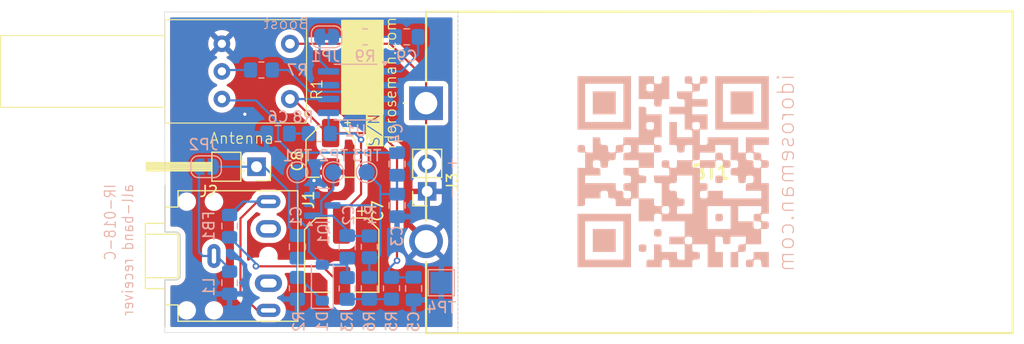
<source format=kicad_pcb>
(kicad_pcb (version 20240108) (generator "pcbnew") (generator_version "8.0")
  (layers (0 "F.Cu" signal) (31 "B.Cu" signal) (34 "B.Paste" user) (35 "F.Paste" user) (36 "B.SilkS" user "B.Silkscreen") (37 "F.SilkS" user "F.Silkscreen") (38 "B.Mask" user) (39 "F.Mask" user) (44 "Edge.Cuts" user))
  (net 0 "")
  (net 1 "GND")
  (net 2 "Net-(D1-K)")
  (net 3 "/AUX_ANT")
  (net 4 "Net-(D1-A)")
  (net 5 "Net-(Q1-B)")
  (net 6 "Net-(Q1-C)")
  (net 7 "Net-(C4-Pad2)")
  (net 8 "+BATT")
  (net 9 "Net-(C6-Pad2)")
  (net 10 "Net-(C7-Pad1)")
  (net 11 "Net-(C7-Pad2)")
  (net 12 "Net-(C9-Pad2)")
  (net 13 "Net-(C9-Pad1)")
  (net 15 "Net-(R1-Pad2)")
  (net 16 "Net-(R3-Pad1)")
  (net 17 "Net-(U1-+)")
  (net 19 "Net-(JP1-B)")
  (net 20 "Net-(JP1-A)")
  (net 21 "Net-(FB1-Pad2)")
  (net 22 "Net-(JP2-B)")
  (net 23 "Net-(BT1-+)")
  (footprint "Capacitor_SMD:CP_Elec_4x5.3" (layer "F.Cu") (at 115.316 63.732 -90)
    (property "Reference" "C8" (at 0.762 3.048 90) (layer "F.SilkS"))
    (property "Value" "1uF")
    (pad "1" smd roundrect (at -1.8 0 270) (size 2.6 1.6) (layers "F.Cu" "F.Paste" "F.Mask") (roundrect_rratio 0.15625) (net 8 "+BATT"))
    (pad "2" smd roundrect (at 1.8 0 270) (size 2.6 1.6) (layers "F.Cu" "F.Paste" "F.Mask") (roundrect_rratio 0.15625) (net 1 "GND"))
  )
  (footprint "easyeda2kicad:P091S-QC15BR" (layer "F.Cu") (at 105.335 56.261 90)
    (property "Reference" "R1" (at -1.651 8.711 90) (layer "F.SilkS") (effects (font (thickness 0.1))))
    (property "Value" "P091S-QC15BR")
    (pad "1" thru_hole circle (at 2.54 0 90) (size 1.524 1.524) (drill 0.762) (layers "*.Cu" "*.Mask") (net 1 "GND"))
    (pad "2" thru_hole circle (at 0 0 90) (size 1.524 1.524) (drill 0.762) (layers "*.Cu" "*.Mask") (net 15 "Net-(R1-Pad2)"))
    (pad "3" thru_hole circle (at -2.54 0 90) (size 1.524 1.524) (drill 0.762) (layers "*.Cu" "*.Mask") (net 7 "Net-(C4-Pad2)"))
    (pad "4" thru_hole circle (at 2.54 6.25 90) (size 1.651 1.651) (drill 0.889) (layers "*.Cu" "*.Mask") (net 23 "Net-(BT1-+)"))
    (pad "5" thru_hole circle (at -2.54 6.25 90) (size 1.651 1.651) (drill 0.889) (layers "*.Cu" "*.Mask") (net 8 "+BATT"))
  )
  (footprint "Connector_PinHeader_2.54mm:PinHeader_1x01_P2.54mm_Horizontal" (layer "F.Cu") (at 108.515 65.024 180)
    (property "Reference" "J2" (at 4.385 -2.27 180) (layer "F.SilkS"))
    (property "Value" "Conn_01x01_Socket")
    (pad "1" thru_hole rect (at 0 0 180) (size 1.7 1.7) (drill 1) (layers "*.Cu" "*.Mask") (net 3 "/AUX_ANT"))
  )
  (footprint "Capacitor_SMD:CP_Elec_6.3x5.4" (layer "F.Cu") (at 116.332 73.152 -90)
    (property "Reference" "C7" (at -4.064 -3.302 90) (layer "F.SilkS"))
    (property "Value" "220uF")
    (pad "1" smd roundrect (at -2.8 0 270) (size 3.5 1.6) (layers "F.Cu" "F.Paste" "F.Mask") (roundrect_rratio 0.15625) (net 10 "Net-(C7-Pad1)"))
    (pad "2" smd roundrect (at 2.8 0 270) (size 3.5 1.6) (layers "F.Cu" "F.Paste" "F.Mask") (roundrect_rratio 0.15625) (net 11 "Net-(C7-Pad2)"))
  )
  (footprint "Connector_PinSocket_2.54mm:PinSocket_1x02_P2.54mm_Vertical" (layer "F.Cu") (at 124.181 67.29 180)
    (property "Reference" "J3" (at -2.311 0.869 90) (layer "F.SilkS"))
    (property "Value" "Conn_01x02_Socket")
    (pad "1" thru_hole rect (at 0 0 180) (size 1.7 1.7) (drill 1) (layers "*.Cu" "*.Mask") (net 1 "GND"))
    (pad "2" thru_hole oval (at 0 2.54 180) (size 1.7 1.7) (drill 1) (layers "*.Cu" "*.Mask") (net 23 "Net-(BT1-+)"))
  )
  (footprint "easyeda2kicad:keystone 1294" (layer "F.Cu") (at 124.079 59.182)
    (property "Reference" "BT1" (at 26.152 6.35 0) (layer "F.SilkS") (effects (font (size 1.27 1.27) (thickness 0.254))))
    (property "Value" "Keystone 1294" (hide yes))
    (pad "" np_thru_hole circle (at 15.24 -5.565) (size 3.3 3.3) (drill 3.3) (layers "*.Cu" "*.Mask"))
    (pad "" np_thru_hole circle (at 15.24 18.265) (size 3.3 3.3) (drill 3.3) (layers "*.Cu" "*.Mask"))
    (pad "" np_thru_hole circle (at 37.47 -5.565) (size 3.3 3.3) (drill 3.3) (layers "*.Cu" "*.Mask"))
    (pad "" np_thru_hole circle (at 37.47 18.265) (size 3.3 3.3) (drill 3.3) (layers "*.Cu" "*.Mask"))
    (pad "1" thru_hole rect (at 0 0) (size 3.09 3.09) (drill 2.06) (layers "*.Cu" "*.Mask") (net 23 "Net-(BT1-+)"))
    (pad "2" thru_hole circle (at 0 12.7) (size 3.09 3.09) (drill 2.06) (layers "*.Cu" "*.Mask") (net 1 "GND"))
  )
  (footprint "Connector_Audio:Jack_3.5mm_CUI_SJ1-3525N_Horizontal" (layer "F.Cu") (at 104.608 73.232 -90)
    (property "Reference" "J1" (at -5.16 -8.676 90) (layer "F.SilkS"))
    (property "Value" "CUI_SJ1-3525N")
    (fp_line (start -2.2 4.5) (end -6.5 4.5) (stroke (width 0.12)) (layer "Edge.Cuts"))
    (fp_line (start 2.2 4.5) (end 6.5 4.5) (stroke (width 0.12)) (layer "Edge.Cuts"))
    (fp_line (start -2.2 3.5) (end -2.2 4.5) (stroke (width 0.12)) (layer "Edge.Cuts"))
    (fp_line (start 2.2 3.5) (end 2.2 4.5) (stroke (width 0.12)) (layer "Edge.Cuts"))
    (fp_line (start 1.8 3.1) (end -1.8 3.1) (stroke (width 0.12)) (layer "Edge.Cuts"))
    (fp_arc (start -2.2 3.5) (mid -2.082842 3.217158) (end -1.8 3.1) (stroke (width 0.12)) (layer "Edge.Cuts"))
    (fp_arc (start 1.8 3.1) (mid 2.082843 3.217157) (end 2.2 3.5) (stroke (width 0.12)) (layer "Edge.Cuts"))
    (pad "" np_thru_hole circle (at -5 0 270) (size 1.2 1.2) (drill 1.2) (layers "F&B.Cu" "*.Mask"))
    (pad "" np_thru_hole circle (at -5 2.5 270) (size 1.2 1.2) (drill 1.2) (layers "F&B.Cu" "*.Mask"))
    (pad "" np_thru_hole circle (at 0 -5 270) (size 1.2 1.2) (drill 1.2) (layers "F&B.Cu" "*.Mask"))
    (pad "" np_thru_hole circle (at 5 0 270) (size 1.2 1.2) (drill 1.2) (layers "F&B.Cu" "*.Mask"))
    (pad "" np_thru_hole circle (at 5 2.5 270) (size 1.2 1.2) (drill 1.2) (layers "F&B.Cu" "*.Mask"))
    (pad "R" thru_hole oval (at -5 -5 270) (size 1.2 2.2) (drill oval 0.4 1.4) (layers "*.Cu" "*.Mask") (net 21 "Net-(FB1-Pad2)"))
    (pad "RN" thru_hole oval (at -2.5 -5 270) (size 1.6 2.3) (drill oval 0.8 1.5) (layers "*.Cu" "*.Mask"))
    (pad "S" thru_hole oval (at 0 0 270) (size 2.2 1.2) (drill oval 1.4 0.4) (layers "*.Cu" "*.Mask") (net 22 "Net-(JP2-B)"))
    (pad "T" thru_hole oval (at 5 -5 90) (size 1.2 2.2) (drill oval 0.4 1.4) (layers "*.Cu" "*.Mask") (net 21 "Net-(FB1-Pad2)"))
    (pad "TN" thru_hole oval (at 2.5 -5 90) (size 1.6 2.5) (drill oval 0.8 1.5) (layers "*.Cu" "*.Mask"))
  )
  (footprint "Resistor_SMD:R_0805_2012Metric_Pad1.20x1.40mm_HandSolder" (layer "B.Cu") (at 120.904 76.2 -90)
    (property "Reference" "R5" (at 3.048 0 90) (layer "B.SilkS") (effects (justify mirror)))
    (property "Value" "100R")
    (pad "1" smd roundrect (at -1 0 270) (size 1.2 1.4) (layers "B.Cu" "B.Paste" "B.Mask") (roundrect_rratio 0.208333) (net 8 "+BATT"))
    (pad "2" smd roundrect (at 1 0 270) (size 1.2 1.4) (layers "B.Cu" "B.Paste" "B.Mask") (roundrect_rratio 0.208333) (net 16 "Net-(R3-Pad1)"))
  )
  (footprint "Capacitor_SMD:C_0805_2012Metric_Pad1.18x1.45mm_HandSolder" (layer "B.Cu") (at 110.49 61.976)
    (property "Reference" "C6" (at 0 -1.524 0) (layer "B.SilkS") (effects (justify mirror)))
    (property "Value" "47nF")
    (pad "1" smd roundrect (at -1.0375 0) (size 1.175 1.45) (layers "B.Cu" "B.Paste" "B.Mask") (roundrect_rratio 0.212766) (net 1 "GND"))
    (pad "2" smd roundrect (at 1.0375 0) (size 1.175 1.45) (layers "B.Cu" "B.Paste" "B.Mask") (roundrect_rratio 0.212766) (net 9 "Net-(C6-Pad2)"))
  )
  (footprint "Inductor_SMD:L_0805_2012Metric_Pad1.15x1.40mm_HandSolder" (layer "B.Cu") (at 106.045 75.692 -90)
    (property "Reference" "L1" (at 0.381 1.905 90) (layer "B.SilkS") (effects (justify mirror)))
    (property "Value" "270nH")
    (pad "1" smd roundrect (at -1.025 0 270) (size 1.15 1.4) (layers "B.Cu" "B.Paste" "B.Mask") (roundrect_rratio 0.217391) (net 22 "Net-(JP2-B)"))
    (pad "2" smd roundrect (at 1.025 0 270) (size 1.15 1.4) (layers "B.Cu" "B.Paste" "B.Mask") (roundrect_rratio 0.217391) (net 1 "GND"))
  )
  (footprint "Capacitor_SMD:C_0805_2012Metric_Pad1.18x1.45mm_HandSolder" (layer "B.Cu") (at 112.268 72.39 -90)
    (property "Reference" "C1" (at -2.794 0.127 90) (layer "B.SilkS") (effects (justify mirror)))
    (property "Value" "100pF")
    (pad "1" smd roundrect (at -1.0375 0 270) (size 1.175 1.45) (layers "B.Cu" "B.Paste" "B.Mask") (roundrect_rratio 0.212766) (net 3 "/AUX_ANT"))
    (pad "2" smd roundrect (at 1.0375 0 270) (size 1.175 1.45) (layers "B.Cu" "B.Paste" "B.Mask") (roundrect_rratio 0.212766) (net 2 "Net-(D1-K)"))
  )
  (footprint "TestPoint:TestPoint_Pad_2.0x2.0mm" (layer "B.Cu") (at 125.476 75.692 180)
    (property "Reference" "TP4" (at 0 -2.286 0) (layer "B.SilkS") (effects (justify mirror)))
    (property "Value" "TestPoint")
    (pad "1" smd rect (at 0 0 180) (size 2 2) (layers "B.Cu" "B.Mask") (net 1 "GND"))
  )
  (footprint "Capacitor_SMD:C_0805_2012Metric_Pad1.18x1.45mm_HandSolder" (layer "B.Cu") (at 116.84 72.39 90)
    (property "Reference" "C2" (at 2.921 0.127 90) (layer "B.SilkS") (effects (justify mirror)))
    (property "Value" "1nF")
    (pad "1" smd roundrect (at -1.0375 0 90) (size 1.175 1.45) (layers "B.Cu" "B.Paste" "B.Mask") (roundrect_rratio 0.212766) (net 4 "Net-(D1-A)"))
    (pad "2" smd roundrect (at 1.0375 0 90) (size 1.175 1.45) (layers "B.Cu" "B.Paste" "B.Mask") (roundrect_rratio 0.212766) (net 5 "Net-(Q1-B)"))
  )
  (footprint "Jumper:SolderJumper-2_P1.3mm_Bridged_RoundedPad1.0x1.5mm" (layer "B.Cu") (at 114.95 53.086 180)
    (property "Reference" "JP1" (at 0.112 -1.778 0) (layer "B.SilkS") (effects (justify mirror)))
    (property "Value" "SolderJumper_2_Bridged")
    (fp_poly (pts (xy 0.25 0.3) (xy -0.25 0.3) (xy -0.25 -0.3) (xy 0.25 -0.3)) (fill solid) (layer "B.Cu"))
    (pad "1" smd custom (at -0.65 0 180) (size 1 0.5) (layers "B.Cu" "B.Mask") (net 20 "Net-(JP1-A)") (options (clearance outline) (anchor rect)) (primitives (gr_circle (center 0 -0.25) (end 0.5 -0.25) (width 0) (fill yes)) (gr_circle (center 0 0.25) (end 0.5 0.25) (width 0) (fill yes)) (gr_poly (pts (xy 0.5 -0.75) (xy 0 -0.75) (xy 0 0.75) (xy 0.5 0.75)) (width 0) (fill yes))))
    (pad "2" smd custom (at 0.65 0 180) (size 1 0.5) (layers "B.Cu" "B.Mask") (net 19 "Net-(JP1-B)") (options (clearance outline) (anchor rect)) (primitives (gr_circle (center 0 -0.25) (end 0.5 -0.25) (width 0) (fill yes)) (gr_circle (center 0 0.25) (end 0.5 0.25) (width 0) (fill yes)) (gr_poly (pts (xy 0 -0.75) (xy -0.5 -0.75) (xy -0.5 0.75) (xy 0 0.75)) (width 0) (fill yes))))
  )
  (footprint "LOGO" (layer "B.Cu") (at 146.812 65.532 -90)
    (property "Reference" "G***" (hide yes))
    (property "Value" "LOGO" (hide yes))
  )
  (footprint "Capacitor_SMD:C_0805_2012Metric_Pad1.18x1.45mm_HandSolder" (layer "B.Cu") (at 122.936 76.2215 90)
    (property "Reference" "C5" (at -3.048 0 90) (layer "B.SilkS") (effects (justify mirror)))
    (property "Value" "4.7nF")
    (pad "1" smd roundrect (at -1.0375 0 90) (size 1.175 1.45) (layers "B.Cu" "B.Paste" "B.Mask") (roundrect_rratio 0.212766) (net 1 "GND"))
    (pad "2" smd roundrect (at 1.0375 0 90) (size 1.175 1.45) (layers "B.Cu" "B.Paste" "B.Mask") (roundrect_rratio 0.212766) (net 8 "+BATT"))
  )
  (footprint "Resistor_SMD:R_0805_2012Metric_Pad1.20x1.40mm_HandSolder" (layer "B.Cu") (at 114.284 61.976 180)
    (property "Reference" "R8" (at 1.508 1.524 0) (layer "B.SilkS") (effects (justify mirror)))
    (property "Value" "10R")
    (pad "1" smd roundrect (at -1 0 180) (size 1.2 1.4) (layers "B.Cu" "B.Paste" "B.Mask") (roundrect_rratio 0.208333) (net 10 "Net-(C7-Pad1)"))
    (pad "2" smd roundrect (at 1 0 180) (size 1.2 1.4) (layers "B.Cu" "B.Paste" "B.Mask") (roundrect_rratio 0.208333) (net 9 "Net-(C6-Pad2)"))
  )
  (footprint "Capacitor_SMD:C_0805_2012Metric_Pad1.18x1.45mm_HandSolder" (layer "B.Cu") (at 122.301 53.086)
    (property "Reference" "C9" (at 0 1.778 0) (layer "B.SilkS") (effects (justify mirror)))
    (property "Value" "10uF")
    (pad "1" smd roundrect (at -1.0375 0) (size 1.175 1.45) (layers "B.Cu" "B.Paste" "B.Mask") (roundrect_rratio 0.212766) (net 13 "Net-(C9-Pad1)"))
    (pad "2" smd roundrect (at 1.0375 0) (size 1.175 1.45) (layers "B.Cu" "B.Paste" "B.Mask") (roundrect_rratio 0.212766) (net 12 "Net-(C9-Pad2)"))
  )
  (footprint "Package_TO_SOT_SMD:SOT-23" (layer "B.Cu") (at 114.554 68.58)
    (property "Reference" "Q1" (at 0.127 2.667 -90) (layer "B.SilkS") (effects (justify mirror)))
    (property "Value" "2N4401")
    (pad "1" smd roundrect (at -0.9375 0.95) (size 1.475 0.6) (layers "B.Cu" "B.Paste" "B.Mask") (net 5 "Net-(Q1-B)"))
    (pad "2" smd roundrect (at -0.9375 -0.95) (size 1.475 0.6) (layers "B.Cu" "B.Paste" "B.Mask") (net 1 "GND"))
    (pad "3" smd roundrect (at 0.9375 0) (size 1.475 0.6) (layers "B.Cu" "B.Paste" "B.Mask") (net 6 "Net-(Q1-C)"))
  )
  (footprint "Jumper:SolderJumper-2_P1.3mm_Bridged_RoundedPad1.0x1.5mm" (layer "B.Cu") (at 103.886 65.024 180)
    (property "Reference" "JP2" (at 0.254 2.032 180) (layer "B.SilkS") (effects (justify mirror)))
    (property "Value" "SolderJumper_2_Bridged")
    (fp_poly (pts (xy 0.25 0.3) (xy -0.25 0.3) (xy -0.25 -0.3) (xy 0.25 -0.3)) (fill solid) (layer "B.Cu"))
    (pad "1" smd custom (at -0.65 0 180) (size 1 0.5) (layers "B.Cu" "B.Mask") (net 3 "/AUX_ANT") (options (clearance outline) (anchor rect)) (primitives (gr_circle (center 0 -0.25) (end 0.5 -0.25) (width 0) (fill yes)) (gr_circle (center 0 0.25) (end 0.5 0.25) (width 0) (fill yes)) (gr_poly (pts (xy 0.5 -0.75) (xy 0 -0.75) (xy 0 0.75) (xy 0.5 0.75)) (width 0) (fill yes))))
    (pad "2" smd custom (at 0.65 0 180) (size 1 0.5) (layers "B.Cu" "B.Mask") (net 22 "Net-(JP2-B)") (options (clearance outline) (anchor rect)) (primitives (gr_circle (center 0 -0.25) (end 0.5 -0.25) (width 0) (fill yes)) (gr_circle (center 0 0.25) (end 0.5 0.25) (width 0) (fill yes)) (gr_poly (pts (xy 0 -0.75) (xy -0.5 -0.75) (xy -0.5 0.75) (xy 0 0.75)) (width 0) (fill yes))))
  )
  (footprint "TestPoint:TestPoint_Pad_D1.5mm" (layer "B.Cu") (at 115.57 65.532 180)
    (property "Reference" "TP2" (at 0 1.524 0) (layer "B.SilkS") (effects (justify mirror)))
    (property "Value" "TestPoint")
    (pad "1" smd circle (at 0 0 180) (size 1.5 1.5) (layers "B.Cu" "B.Mask") (net 5 "Net-(Q1-B)"))
  )
  (footprint "Diode_SMD:D_SOD-123" (layer "B.Cu") (at 114.554 75.692 90)
    (property "Reference" "D1" (at -3.556 0 -90) (layer "B.SilkS") (effects (justify mirror)))
    (property "Value" "BAT41")
    (pad "1" smd roundrect (at -1.65 0 90) (size 0.9 1.2) (layers "B.Cu" "B.Paste" "B.Mask") (net 2 "Net-(D1-K)"))
    (pad "2" smd roundrect (at 1.65 0 90) (size 0.9 1.2) (layers "B.Cu" "B.Paste" "B.Mask") (net 4 "Net-(D1-A)"))
  )
  (footprint "TestPoint:TestPoint_Pad_D1.5mm" (layer "B.Cu") (at 118.618 65.532 180)
    (property "Reference" "TP3" (at 0 1.524 0) (layer "B.SilkS") (effects (justify mirror)))
    (property "Value" "TestPoint")
    (pad "1" smd circle (at 0 0 180) (size 1.5 1.5) (layers "B.Cu" "B.Mask") (net 6 "Net-(Q1-C)"))
  )
  (footprint "Capacitor_SMD:C_0805_2012Metric_Pad1.18x1.45mm_HandSolder" (layer "B.Cu") (at 121.412 68.58 -90)
    (property "Reference" "C3" (at 2.8155 0 90) (layer "B.SilkS") (effects (justify mirror)))
    (property "Value" "1nF")
    (pad "1" smd roundrect (at -1.0375 0 270) (size 1.175 1.45) (layers "B.Cu" "B.Paste" "B.Mask") (roundrect_rratio 0.212766) (net 6 "Net-(Q1-C)"))
    (pad "2" smd roundrect (at 1.0375 0 270) (size 1.175 1.45) (layers "B.Cu" "B.Paste" "B.Mask") (roundrect_rratio 0.212766) (net 1 "GND"))
  )
  (footprint "Inductor_SMD:L_0805_2012Metric_Pad1.15x1.40mm_HandSolder" (layer "B.Cu") (at 106.045 70.485 90)
    (property "Reference" "FB1" (at 0 -1.905 -90) (layer "B.SilkS") (effects (justify mirror)))
    (property "Value" "FerriteBead")
    (pad "1" smd roundrect (at -1.025 0 90) (size 1.15 1.4) (layers "B.Cu" "B.Paste" "B.Mask") (roundrect_rratio 0.217391) (net 11 "Net-(C7-Pad2)"))
    (pad "2" smd roundrect (at 1.025 0 90) (size 1.15 1.4) (layers "B.Cu" "B.Paste" "B.Mask") (roundrect_rratio 0.217391) (net 21 "Net-(FB1-Pad2)"))
  )
  (footprint "Capacitor_SMD:C_0805_2012Metric_Pad1.18x1.45mm_HandSolder" (layer "B.Cu") (at 121.412 64.77 90)
    (property "Reference" "C4" (at 2.794 0 90) (layer "B.SilkS") (effects (justify mirror)))
    (property "Value" "100nF")
    (pad "1" smd roundrect (at -1.0375 0 90) (size 1.175 1.45) (layers "B.Cu" "B.Paste" "B.Mask") (roundrect_rratio 0.212766) (net 6 "Net-(Q1-C)"))
    (pad "2" smd roundrect (at 1.0375 0 90) (size 1.175 1.45) (layers "B.Cu" "B.Paste" "B.Mask") (roundrect_rratio 0.212766) (net 7 "Net-(C4-Pad2)"))
  )
  (footprint "Resistor_SMD:R_0805_2012Metric_Pad1.20x1.40mm_HandSolder" (layer "B.Cu") (at 118.491 53.086 180)
    (property "Reference" "R9" (at 0 -1.778 0) (layer "B.SilkS") (effects (justify mirror)))
    (property "Value" "1K2")
    (pad "1" smd roundrect (at -1 0 180) (size 1.2 1.4) (layers "B.Cu" "B.Paste" "B.Mask") (roundrect_rratio 0.208333) (net 13 "Net-(C9-Pad1)"))
    (pad "2" smd roundrect (at 1 0 180) (size 1.2 1.4) (layers "B.Cu" "B.Paste" "B.Mask") (roundrect_rratio 0.208333) (net 20 "Net-(JP1-A)"))
  )
  (footprint "Resistor_SMD:R_0805_2012Metric_Pad1.20x1.40mm_HandSolder" (layer "B.Cu") (at 108.966 56.134)
    (property "Reference" "R7" (at 3.302 0 0) (layer "B.SilkS") (effects (justify mirror)))
    (property "Value" "10K")
    (pad "1" smd roundrect (at -1 0) (size 1.2 1.4) (layers "B.Cu" "B.Paste" "B.Mask") (roundrect_rratio 0.208333) (net 15 "Net-(R1-Pad2)"))
    (pad "2" smd roundrect (at 1 0) (size 1.2 1.4) (layers "B.Cu" "B.Paste" "B.Mask") (roundrect_rratio 0.208333) (net 17 "Net-(U1-+)"))
  )
  (footprint "Resistor_SMD:R_0805_2012Metric_Pad1.20x1.40mm_HandSolder" (layer "B.Cu") (at 116.84 76.216 90)
    (property "Reference" "R3" (at -3.048 0 90) (layer "B.SilkS") (effects (justify mirror)))
    (property "Value" "10M")
    (pad "1" smd roundrect (at -1 0 90) (size 1.2 1.4) (layers "B.Cu" "B.Paste" "B.Mask") (roundrect_rratio 0.208333) (net 16 "Net-(R3-Pad1)"))
    (pad "2" smd roundrect (at 1 0 90) (size 1.2 1.4) (layers "B.Cu" "B.Paste" "B.Mask") (roundrect_rratio 0.208333) (net 4 "Net-(D1-A)"))
  )
  (footprint "Resistor_SMD:R_0805_2012Metric_Pad1.20x1.40mm_HandSolder" (layer "B.Cu") (at 118.872 72.39 90)
    (property "Reference" "R4" (at 2.937 0.127 90) (layer "B.SilkS") (effects (justify mirror)))
    (property "Value" "10M")
    (pad "1" smd roundrect (at -1 0 90) (size 1.2 1.4) (layers "B.Cu" "B.Paste" "B.Mask") (roundrect_rratio 0.208333) (net 6 "Net-(Q1-C)"))
    (pad "2" smd roundrect (at 1 0 90) (size 1.2 1.4) (layers "B.Cu" "B.Paste" "B.Mask") (roundrect_rratio 0.208333) (net 5 "Net-(Q1-B)"))
  )
  (footprint "Package_SO:SOIC-8_3.9x4.9mm_P1.27mm" (layer "B.Cu") (at 117.602 58.166 180)
    (property "Reference" "U1" (at 0 -3.556 0) (layer "B.SilkS") (effects (justify mirror)))
    (property "Value" "LM386")
    (pad "1" smd roundrect (at -2.475 1.905 180) (size 1.95 0.6) (layers "B.Cu" "B.Paste" "B.Mask") (net 12 "Net-(C9-Pad2)"))
    (pad "2" smd roundrect (at -2.475 0.635 180) (size 1.95 0.6) (layers "B.Cu" "B.Paste" "B.Mask") (net 1 "GND"))
    (pad "3" smd roundrect (at -2.475 -0.635 180) (size 1.95 0.6) (layers "B.Cu" "B.Paste" "B.Mask") (net 17 "Net-(U1-+)"))
    (pad "4" smd roundrect (at -2.475 -1.905 180) (size 1.95 0.6) (layers "B.Cu" "B.Paste" "B.Mask") (net 1 "GND"))
    (pad "5" smd roundrect (at 2.475 -1.905 180) (size 1.95 0.6) (layers "B.Cu" "B.Paste" "B.Mask") (net 10 "Net-(C7-Pad1)"))
    (pad "6" smd roundrect (at 2.475 -0.635 180) (size 1.95 0.6) (layers "B.Cu" "B.Paste" "B.Mask") (net 8 "+BATT"))
    (pad "7" smd roundrect (at 2.475 0.635 180) (size 1.95 0.6) (layers "B.Cu" "B.Paste" "B.Mask"))
    (pad "8" smd roundrect (at 2.475 1.905 180) (size 1.95 0.6) (layers "B.Cu" "B.Paste" "B.Mask") (net 19 "Net-(JP1-B)"))
  )
  (footprint "TestPoint:TestPoint_Pad_D1.5mm" (layer "B.Cu") (at 112.268 65.532 180)
    (property "Reference" "TP1" (at 0 1.524 0) (layer "B.SilkS") (effects (justify mirror)))
    (property "Value" "TestPoint")
    (pad "1" smd circle (at 0 0 180) (size 1.5 1.5) (layers "B.Cu" "B.Mask") (net 4 "Net-(D1-A)"))
  )
  (footprint "Resistor_SMD:R_0805_2012Metric_Pad1.20x1.40mm_HandSolder" (layer "B.Cu") (at 118.872 76.2 90)
    (property "Reference" "R6" (at -3.048 0 90) (layer "B.SilkS") (effects (justify mirror)))
    (property "Value" "100K")
    (pad "1" smd roundrect (at -1 0 90) (size 1.2 1.4) (layers "B.Cu" "B.Paste" "B.Mask") (roundrect_rratio 0.208333) (net 16 "Net-(R3-Pad1)"))
    (pad "2" smd roundrect (at 1 0 90) (size 1.2 1.4) (layers "B.Cu" "B.Paste" "B.Mask") (roundrect_rratio 0.208333) (net 6 "Net-(Q1-C)"))
  )
  (footprint "Resistor_SMD:R_0805_2012Metric_Pad1.20x1.40mm_HandSolder" (layer "B.Cu") (at 112.268 76.2 -90)
    (property "Reference" "R2" (at 3.048 -0.127 90) (layer "B.SilkS") (effects (justify mirror)))
    (property "Value" "10K")
    (pad "1" smd roundrect (at -1 0 270) (size 1.2 1.4) (layers "B.Cu" "B.Paste" "B.Mask") (roundrect_rratio 0.208333) (net 2 "Net-(D1-K)"))
    (pad "2" smd roundrect (at 1 0 270) (size 1.2 1.4) (layers "B.Cu" "B.Paste" "B.Mask") (roundrect_rratio 0.208333) (net 1 "GND"))
  )
  (gr_line (start 127 50.8) (end 127 80.01) (stroke (width 0.1) (type dot)) (layer "B.SilkS"))
  (gr_line (start 127 50.8) (end 127 80.01) (stroke (width 0.1) (type dot)) (layer "F.SilkS"))
  (gr_rect (start 116.332 51.562) (end 120.142 60.198) (stroke (width 0.1)) (fill solid) (layer "F.SilkS"))
  (gr_line (start 127 50.8) (end 127 80.264) (stroke (width 0.05)) (layer "Edge.Cuts"))
  (gr_line (start 100.076 50.8) (end 127 50.8) (stroke (width 0.05)) (layer "Edge.Cuts"))
  (gr_line (start 127 80.264) (end 100.076 80.264) (stroke (width 0.05)) (layer "Edge.Cuts"))
  (gr_line (start 100.076 80.264) (end 100.108 79.732) (stroke (width 0.05)) (layer "Edge.Cuts"))
  (gr_line (start 100.108 66.732) (end 100.076 50.8) (stroke (width 0.05)) (layer "Edge.Cuts"))
  (gr_text "IR-018-C\nall-band receiver\n" (at 97.282 66.548 90) (layer "B.SilkS") (effects (font (size 1 0.9) (thickness 0.1)) (justify left bottom mirror)))
  (gr_text "idoroseman.com" (at 157.988 56.388 90) (layer "B.SilkS") (effects (font (size 1.5 1.5) (thickness 0.1)) (justify left bottom mirror)))
  (gr_text "Boost" (at 113.411 52.451 -0) (layer "B.SilkS") (effects (font (size 1 1) (thickness 0.1)) (justify left bottom mirror)))
  (gr_text "+  -" (at 127 64.008 90) (layer "B.SilkS") (effects (font (size 1 1) (thickness 0.1)) (justify left bottom mirror)))
  (gr_text "Antenna\n" (at 104.14 62.992 0) (layer "F.SilkS") (effects (font (size 1 1) (thickness 0.1)) (justify left bottom)))
  (gr_text "idoroseman.com" (at 121.412 63.5 90) (layer "F.SilkS") (effects (font (size 1 1) (thickness 0.1)) (justify left bottom)))
  (gr_text "S/N" (at 119.888 63.246 90) (layer "F.SilkS" knockout) (effects (font (size 1 1) (thickness 0.1)) (justify left bottom)))
  (via (at 107.442 60.198) (size 0.6) (drill 0.3) (layers "F.Cu" "B.Cu") (net 1))
  (via (at 113.792 66.294) (size 0.6) (drill 0.3) (layers "F.Cu" "B.Cu") (net 1))
  (segment (start 112.268 73.4275) (end 112.268 75.056) (width 0.2) (layer "B.Cu") (net 2))
  (segment (start 112.268 75.056) (end 114.554 77.342) (width 0.2) (layer "B.Cu") (net 2))
  (segment (start 111.506 67.31) (end 111.506 70.5905) (width 0.2) (layer "B.Cu") (net 3))
  (segment (start 111.506 70.5905) (end 112.268 71.3525) (width 0.2) (layer "B.Cu") (net 3))
  (segment (start 104.536 65.024) (end 107.188 65.024) (width 0.2) (layer "B.Cu") (net 3))
  (segment (start 109.22 65.024) (end 111.506 67.31) (width 0.2) (layer "B.Cu") (net 3))
  (segment (start 107.188 65.024) (end 109.22 65.024) (width 0.2) (layer "B.Cu") (net 3))
  (segment (start 112.268 65.532) (end 112.268 69.755256) (width 0.2) (layer "B.Cu") (net 4))
  (segment (start 116.714 74.042) (end 116.84 74.168) (width 0.2) (layer "B.Cu") (net 4))
  (segment (start 112.268 69.755256) (end 113.341 70.828256) (width 0.2) (layer "B.Cu") (net 4))
  (segment (start 114.554 74.042) (end 116.714 74.042) (width 0.2) (layer "B.Cu") (net 4))
  (segment (start 116.84 73.4275) (end 116.84 74.168) (width 0.2) (layer "B.Cu") (net 4))
  (segment (start 113.341 70.828256) (end 113.341 72.829) (width 0.2) (layer "B.Cu") (net 4))
  (segment (start 113.341 72.829) (end 114.554 74.042) (width 0.2) (layer "B.Cu") (net 4))
  (segment (start 116.84 74.168) (end 116.84 75.216) (width 0.2) (layer "B.Cu") (net 4))
  (segment (start 118.872 71.39) (end 116.8775 71.39) (width 0.2) (layer "B.Cu") (net 5))
  (segment (start 116.8775 71.39) (end 116.84 71.3525) (width 0.2) (layer "B.Cu") (net 5))
  (segment (start 115.57 67.056) (end 115.57 65.532) (width 0.2) (layer "B.Cu") (net 5))
  (segment (start 114.454 68.172) (end 115.57 67.056) (width 0.2) (layer "B.Cu") (net 5))
  (segment (start 117.3265 71.3525) (end 115.504 69.53) (width 0.2) (layer "B.Cu") (net 5))
  (segment (start 115.504 69.53) (end 114.554 69.53) (width 0.2) (layer "B.Cu") (net 5))
  (segment (start 116.84 71.3525) (end 116.5645 71.3525) (width 0.2) (layer "B.Cu") (net 5))
  (segment (start 114.554 69.53) (end 114.3785 69.53) (width 0.2) (layer "B.Cu") (net 5))
  (segment (start 114.454 69.43) (end 114.454 68.172) (width 0.2) (layer "B.Cu") (net 5))
  (segment (start 114.554 69.53) (end 114.454 69.43) (width 0.2) (layer "B.Cu") (net 5))
  (segment (start 119.888 73.136) (end 119.634 73.39) (width 0.2) (layer "B.Cu") (net 6))
  (segment (start 119.888 67.564) (end 119.888 68.0935) (width 0.2) (layer "B.Cu") (net 6))
  (segment (start 119.888 68.58) (end 119.888 73.136) (width 0.2) (layer "B.Cu") (net 6))
  (segment (start 121.412 65.8075) (end 121.412 67.5425) (width 0.2) (layer "B.Cu") (net 6))
  (segment (start 119.888 68.0935) (end 119.888 68.58) (width 0.2) (layer "B.Cu") (net 6))
  (segment (start 118.872 75.2) (end 118.872 73.39) (width 0.2) (layer "B.Cu") (net 6))
  (segment (start 116.2535 68.58) (end 119.888 68.58) (width 0.2) (layer "B.Cu") (net 6))
  (segment (start 119.888 68.0935) (end 119.888 66.802) (width 0.2) (layer "B.Cu") (net 6))
  (segment (start 119.888 66.802) (end 118.618 65.532) (width 0.2) (layer "B.Cu") (net 6))
  (segment (start 119.9095 67.5425) (end 119.888 67.564) (width 0.2) (layer "B.Cu") (net 6))
  (segment (start 121.412 67.5425) (end 119.9095 67.5425) (width 0.2) (layer "B.Cu") (net 6))
  (segment (start 121.412 63.7325) (end 111.686756 63.7325) (width 0.2) (layer "B.Cu") (net 7))
  (segment (start 111.686756 63.7325) (end 110.49 62.535744) (width 0.2) (layer "B.Cu") (net 7))
  (segment (start 110.49 62.535744) (end 110.49 60.96) (width 0.2) (layer "B.Cu") (net 7))
  (segment (start 105.764 58.928) (end 105.637 58.801) (width 0.2) (layer "B.Cu") (net 7))
  (segment (start 108.458 58.928) (end 105.764 58.928) (width 0.2) (layer "B.Cu") (net 7))
  (segment (start 110.49 60.96) (end 108.458 58.928) (width 0.2) (layer "B.Cu") (net 7))
  (segment (start 119.844 61.932) (end 121.412 63.5) (width 0.2) (layer "F.Cu") (net 8))
  (segment (start 115.018 61.932) (end 115.316 61.932) (width 0.2) (layer "F.Cu") (net 8))
  (segment (start 111.887 58.801) (end 115.018 61.932) (width 0.2) (layer "F.Cu") (net 8))
  (segment (start 111.992 58.696) (end 111.887 58.801) (width 0.2) (layer "F.Cu") (net 8))
  (segment (start 121.412 63.5) (end 121.412 73.66) (width 0.2) (layer "F.Cu") (net 8))
  (segment (start 115.316 61.932) (end 119.844 61.932) (width 0.2) (layer "F.Cu") (net 8))
  (via (at 121.412 73.66) (size 0.6) (drill 0.3) (layers "F.Cu" "B.Cu") (net 8))
  (segment (start 121.269 75.2) (end 121.285 75.184) (width 0.2) (layer "B.Cu") (net 8))
  (segment (start 115.127 58.801) (end 111.887 58.801) (width 0.2) (layer "B.Cu") (net 8))
  (segment (start 120.904 75.2) (end 122.92 75.2) (width 0.2) (layer "B.Cu") (net 8))
  (segment (start 121.412 73.66) (end 120.65 74.422) (width 0.2) (layer "B.Cu") (net 8))
  (segment (start 121.412 74.946) (end 121.666 75.2) (width 0.2) (layer "B.Cu") (net 8))
  (segment (start 120.65 74.422) (end 120.65 74.946) (width 0.2) (layer "B.Cu") (net 8))
  (segment (start 111.5275 61.976) (end 113.284 61.976) (width 0.2) (layer "B.Cu") (net 9))
  (segment (start 118.11 67.558) (end 118.11 62.532) (width 0.2) (layer "F.Cu") (net 10))
  (segment (start 116.332 69.336) (end 118.11 67.558) (width 0.2) (layer "F.Cu") (net 10))
  (segment (start 116.332 70.352) (end 116.332 69.336) (width 0.2) (layer "F.Cu") (net 10))
  (via (at 118.11 62.532) (size 0.6) (drill 0.3) (layers "F.Cu" "B.Cu") (net 10))
  (segment (start 115.127 61.819) (end 115.284 61.976) (width 0.2) (layer "B.Cu") (net 10))
  (segment (start 118.11 62.532) (end 117.554 61.976) (width 0.2) (layer "B.Cu") (net 10))
  (segment (start 117.554 61.976) (end 115.284 61.976) (width 0.2) (layer "B.Cu") (net 10))
  (segment (start 115.127 60.071) (end 115.127 61.819) (width 0.2) (layer "B.Cu") (net 10))
  (segment (start 114.562 74.182) (end 116.332 75.952) (width 0.2) (layer "F.Cu") (net 11))
  (segment (start 108.458 74.168) (end 108.472 74.182) (width 0.2) (layer "F.Cu") (net 11))
  (segment (start 108.472 74.182) (end 114.562 74.182) (width 0.2) (layer "F.Cu") (net 11))
  (via (at 108.458 74.168) (size 0.6) (drill 0.3) (layers "F.Cu" "B.Cu") (net 11))
  (segment (start 108.458 73.923) (end 108.458 74.168) (width 0.2) (layer "B.Cu") (net 11))
  (segment (start 106.045 71.51) (end 108.458 73.923) (width 0.2) (layer "B.Cu") (net 11))
  (segment (start 123.3385 54.7155) (end 121.793 56.261) (width 0.2) (layer "B.Cu") (net 12))
  (segment (start 123.3385 53.086) (end 123.3385 54.7155) (width 0.2) (layer "B.Cu") (net 12))
  (segment (start 121.793 56.261) (end 120.077 56.261) (width 0.2) (layer "B.Cu") (net 12))
  (segment (start 119.491 53.086) (end 121.2635 53.086) (width 0.2) (layer "B.Cu") (net 13))
  (segment (start 105.764 56.134) (end 105.637 56.261) (width 0.2) (layer "B.Cu") (net 15))
  (segment (start 107.966 56.134) (end 105.764 56.134) (width 0.2) (layer "B.Cu") (net 15))
  (segment (start 116.856 77.2) (end 116.84 77.216) (width 0.2) (layer "B.Cu") (net 16))
  (segment (start 120.904 77.2) (end 116.856 77.2) (width 0.2) (layer "B.Cu") (net 16))
  (segment (start 113.409849 58.131) (end 111.412849 56.134) (width 0.2) (layer "B.Cu") (net 17))
  (segment (start 120.077 58.801) (end 117.729 58.801) (width 0.2) (layer "B.Cu") (net 17))
  (segment (start 117.059 58.131) (end 113.409849 58.131) (width 0.2) (layer "B.Cu") (net 17))
  (segment (start 117.729 58.801) (end 117.059 58.131) (width 0.2) (layer "B.Cu") (net 17))
  (segment (start 111.412849 56.134) (end 109.966 56.134) (width 0.2) (layer "B.Cu") (net 17))
  (segment (start 115.127 56.261) (end 115.127 56.069) (width 0.2) (layer "B.Cu") (net 19))
  (segment (start 114.3 55.242) (end 114.3 53.086) (width 0.2) (layer "B.Cu") (net 19))
  (segment (start 115.697 56.261) (end 115.127 56.261) (width 0.2) (layer "B.Cu") (net 19))
  (segment (start 115.127 56.069) (end 114.3 55.242) (width 0.2) (layer "B.Cu") (net 19))
  (segment (start 115.6 53.086) (end 117.491 53.086) (width 0.2) (layer "B.Cu") (net 20))
  (segment (start 107.042 69.782) (end 107.042 76.682) (width 0.2) (layer "F.Cu") (net 21))
  (segment (start 107.042 76.682) (end 108.592 78.232) (width 0.2) (layer "F.Cu") (net 21))
  (segment (start 108.592 68.232) (end 107.042 69.782) (width 0.2) (layer "F.Cu") (net 21))
  (segment (start 108.592 68.232) (end 107.273 68.232) (width 0.2) (layer "B.Cu") (net 21))
  (segment (start 107.273 68.232) (end 106.045 69.46) (width 0.2) (layer "B.Cu") (net 21))
  (segment (start 103.236 65.024) (end 103.236 72.876) (width 0.2) (layer "B.Cu") (net 22))
  (segment (start 103.236 72.876) (end 103.592 73.232) (width 0.2) (layer "B.Cu") (net 22))
  (segment (start 103.592 73.232) (end 104.864 73.232) (width 0.2) (layer "B.Cu") (net 22))
  (segment (start 104.864 73.232) (end 106.045 74.413) (width 0.2) (layer "B.Cu") (net 22))
  (segment (start 124.079 64.648) (end 124.181 64.75) (width 0.2) (layer "F.Cu") (net 23))
  (segment (start 120.777 53.721) (end 111.887 53.721) (width 0.2) (layer "F.Cu") (net 23))
  (segment (start 124.079 59.182) (end 124.079 57.023) (width 0.2) (layer "F.Cu") (net 23))
  (segment (start 124.079 59.182) (end 124.079 64.648) (width 0.2) (layer "F.Cu") (net 23))
  (segment (start 124.079 57.023) (end 120.777 53.721) (width 0.2) (layer "F.Cu") (net 23))
  (zone (net 1) (net_name "GND") (layers "F&B.Cu") (connect_pads (clearance 0.5)) (min_thickness 0.25) (fill yes (thermal_gap 0.5) (thermal_bridge_width 0.5))
    (polygon (pts (xy 100.076 50.8254) (xy 178.4604 50.8) (xy 178.3334 80.3148) (xy 100.1268 80.264)))
  )
)
</source>
